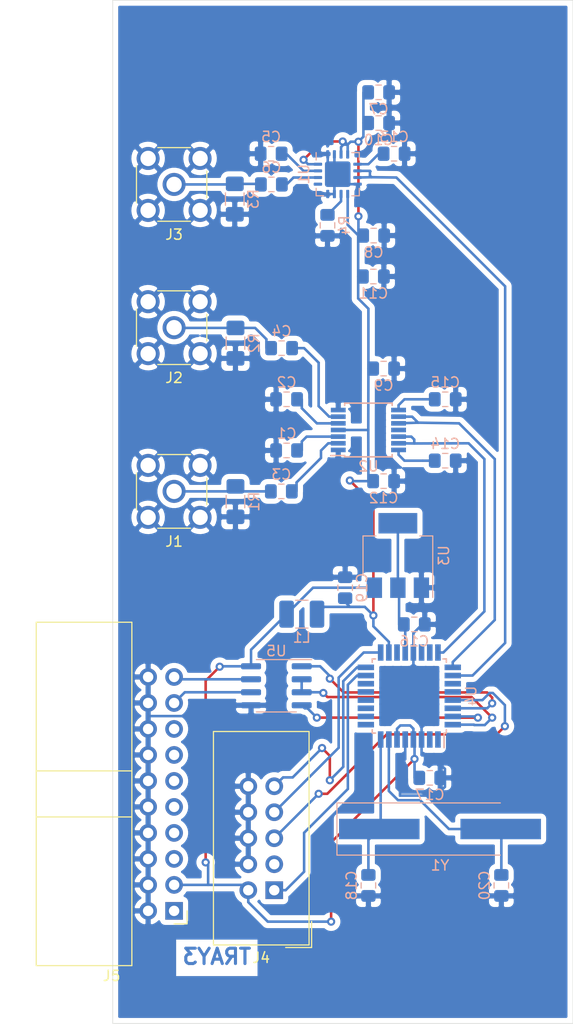
<source format=kicad_pcb>
(kicad_pcb (version 20171130) (host pcbnew 5.1.6)
  (layers (0 F.Cu signal) (31 B.Cu signal) (34 B.Paste user) (35 F.Paste user) (36 B.SilkS user) (37 F.SilkS user) (38 B.Mask user) (39 F.Mask user) (44 Edge.Cuts user))
  (net 0 "")
  (net 1 GND)
  (net 2 "Net-(C1-Pad1)")
  (net 3 "Net-(C2-Pad1)")
  (net 4 "Net-(C3-Pad2)")
  (net 5 "Net-(C3-Pad1)")
  (net 6 "Net-(C4-Pad2)")
  (net 7 "Net-(C4-Pad1)")
  (net 8 "Net-(C5-Pad1)")
  (net 9 "Net-(C6-Pad2)")
  (net 10 "Net-(C6-Pad1)")
  (net 11 VAA)
  (net 12 "Net-(C13-Pad2)")
  (net 13 "Net-(C14-Pad2)")
  (net 14 "Net-(C15-Pad2)")
  (net 15 "Net-(C16-Pad1)")
  (net 16 VCC)
  (net 17 "Net-(C18-Pad1)")
  (net 18 "Net-(C20-Pad1)")
  (net 19 "Net-(J4-Pad9)")
  (net 20 "Net-(J4-Pad7)")
  (net 21 "Net-(J4-Pad5)")
  (net 22 "Net-(J4-Pad3)")
  (net 23 "Net-(J4-Pad1)")
  (net 24 "Net-(J5-Pad19)")
  (net 25 "Net-(J5-Pad17)")
  (net 26 "Net-(J5-Pad15)")
  (net 27 "Net-(J5-Pad13)")
  (net 28 "Net-(J5-Pad11)")
  (net 29 "Net-(J5-Pad9)")
  (net 30 "Net-(J5-Pad7)")
  (net 31 "Net-(J5-Pad5)")
  (net 32 "Net-(J5-Pad1)")
  (net 33 "Net-(R4-Pad2)")
  (net 34 "Net-(U1-Pad13)")
  (net 35 ADOUT)
  (net 36 "Net-(U4-Pad32)")
  (net 37 "Net-(U4-Pad31)")
  (net 38 "Net-(U4-Pad30)")
  (net 39 "Net-(U4-Pad28)")
  (net 40 "Net-(U4-Pad27)")
  (net 41 VPHS)
  (net 42 VMAG)
  (net 43 "Net-(U4-Pad22)")
  (net 44 "Net-(U4-Pad19)")
  (net 45 "Net-(U4-Pad14)")
  (net 46 "Net-(U4-Pad13)")
  (net 47 "Net-(U4-Pad12)")
  (net 48 "Net-(U4-Pad11)")
  (net 49 "Net-(U4-Pad10)")
  (net 50 "Net-(U4-Pad9)")
  (net 51 "Net-(U4-Pad2)")
  (net 52 "Net-(U4-Pad1)")
  (net 53 "Net-(U2-Pad11)")
  (net 54 "Net-(U4-Pad23)")
  (module Resistor_SMD:R_1206_3216Metric_Pad1.42x1.75mm_HandSolder (layer B.Cu) (at 36.9316 99.4299 90)
    (fp_text reference R3 (at 0 1.82 90) (layer B.SilkS) (effects (justify mirror)))
    (fp_text value 52.3)
    (pad 2 smd roundrect (at 1.4875 0 90) (size 1.425 1.75) (layers B.Cu B.Paste B.Mask) (roundrect_rratio 0.175439) (net 9 "Net-(C6-Pad2)"))
    (pad 1 smd roundrect (at -1.4875 0 90) (size 1.425 1.75) (layers B.Cu B.Paste B.Mask) (roundrect_rratio 0.175439) (net 1 GND))
  )
  (module Capacitor_SMD:C_0805_2012Metric_Pad1.15x1.40mm_HandSolder (layer B.Cu) (at 63 166.5125 270)
    (fp_text reference C20 (at 0 1.65 90) (layer B.SilkS) (effects (justify mirror)))
    (fp_text value 27p)
    (pad 2 smd roundrect (at 1.025 0 270) (size 1.15 1.4) (layers B.Cu B.Paste B.Mask) (roundrect_rratio 0.217391) (net 1 GND))
    (pad 1 smd roundrect (at -1.025 0 270) (size 1.15 1.4) (layers B.Cu B.Paste B.Mask) (roundrect_rratio 0.217391) (net 18 "Net-(C20-Pad1)"))
  )
  (module Capacitor_SMD:C_0805_2012Metric_Pad1.15x1.40mm_HandSolder (layer B.Cu) (at 47.7266 137.4177 90)
    (fp_text reference C19 (at 0 1.65 90) (layer B.SilkS) (effects (justify mirror)))
    (fp_text value 100nF)
    (pad 2 smd roundrect (at 1.025 0 90) (size 1.15 1.4) (layers B.Cu B.Paste B.Mask) (roundrect_rratio 0.217391) (net 1 GND))
    (pad 1 smd roundrect (at -1.025 0 90) (size 1.15 1.4) (layers B.Cu B.Paste B.Mask) (roundrect_rratio 0.217391) (net 11 VAA))
  )
  (module Capacitor_SMD:C_0805_2012Metric_Pad1.15x1.40mm_HandSolder (layer B.Cu) (at 50 166.5125 270)
    (fp_text reference C18 (at 0 1.65 90) (layer B.SilkS) (effects (justify mirror)))
    (fp_text value 27p)
    (pad 2 smd roundrect (at 1.025 0 270) (size 1.15 1.4) (layers B.Cu B.Paste B.Mask) (roundrect_rratio 0.217391) (net 1 GND))
    (pad 1 smd roundrect (at -1.025 0 270) (size 1.15 1.4) (layers B.Cu B.Paste B.Mask) (roundrect_rratio 0.217391) (net 17 "Net-(C18-Pad1)"))
  )
  (module Capacitor_SMD:C_0805_2012Metric_Pad1.15x1.40mm_HandSolder (layer B.Cu) (at 56 156)
    (fp_text reference C17 (at 0 1.65) (layer B.SilkS) (effects (justify mirror)))
    (fp_text value 100nF)
    (pad 2 smd roundrect (at 1.025 0) (size 1.15 1.4) (layers B.Cu B.Paste B.Mask) (roundrect_rratio 0.217391) (net 1 GND))
    (pad 1 smd roundrect (at -1.025 0) (size 1.15 1.4) (layers B.Cu B.Paste B.Mask) (roundrect_rratio 0.217391) (net 16 VCC))
  )
  (module Capacitor_SMD:C_0805_2012Metric_Pad1.15x1.40mm_HandSolder (layer B.Cu) (at 54.4875 141)
    (fp_text reference C16 (at 0 1.65) (layer B.SilkS) (effects (justify mirror)))
    (fp_text value 100nF)
    (pad 2 smd roundrect (at 1.025 0) (size 1.15 1.4) (layers B.Cu B.Paste B.Mask) (roundrect_rratio 0.217391) (net 1 GND))
    (pad 1 smd roundrect (at -1.025 0) (size 1.15 1.4) (layers B.Cu B.Paste B.Mask) (roundrect_rratio 0.217391) (net 15 "Net-(C16-Pad1)"))
  )
  (module Capacitor_SMD:C_0805_2012Metric_Pad1.15x1.40mm_HandSolder (layer B.Cu) (at 57.5125 119 180)
    (fp_text reference C15 (at 0 1.65) (layer B.SilkS) (effects (justify mirror)))
    (fp_text value DNP)
    (pad 2 smd roundrect (at 1.025 0 180) (size 1.15 1.4) (layers B.Cu B.Paste B.Mask) (roundrect_rratio 0.217391) (net 14 "Net-(C15-Pad2)"))
    (pad 1 smd roundrect (at -1.025 0 180) (size 1.15 1.4) (layers B.Cu B.Paste B.Mask) (roundrect_rratio 0.217391) (net 1 GND))
  )
  (module Capacitor_SMD:C_0805_2012Metric_Pad1.15x1.40mm_HandSolder (layer B.Cu) (at 57.5125 125 180)
    (fp_text reference C14 (at 0 1.65) (layer B.SilkS) (effects (justify mirror)))
    (fp_text value DNP)
    (pad 2 smd roundrect (at 1.025 0 180) (size 1.15 1.4) (layers B.Cu B.Paste B.Mask) (roundrect_rratio 0.217391) (net 13 "Net-(C14-Pad2)"))
    (pad 1 smd roundrect (at -1.025 0 180) (size 1.15 1.4) (layers B.Cu B.Paste B.Mask) (roundrect_rratio 0.217391) (net 1 GND))
  )
  (module Capacitor_SMD:C_0805_2012Metric_Pad1.15x1.40mm_HandSolder (layer B.Cu) (at 52.5125 95 180)
    (fp_text reference C13 (at 0 1.65) (layer B.SilkS) (effects (justify mirror)))
    (fp_text value DNP)
    (pad 2 smd roundrect (at 1.025 0 180) (size 1.15 1.4) (layers B.Cu B.Paste B.Mask) (roundrect_rratio 0.217391) (net 12 "Net-(C13-Pad2)"))
    (pad 1 smd roundrect (at -1.025 0 180) (size 1.15 1.4) (layers B.Cu B.Paste B.Mask) (roundrect_rratio 0.217391) (net 1 GND))
  )
  (module Capacitor_SMD:C_0805_2012Metric_Pad1.15x1.40mm_HandSolder (layer B.Cu) (at 51.4875 127)
    (fp_text reference C12 (at 0 1.65) (layer B.SilkS) (effects (justify mirror)))
    (fp_text value 100pF)
    (pad 2 smd roundrect (at 1.025 0) (size 1.15 1.4) (layers B.Cu B.Paste B.Mask) (roundrect_rratio 0.217391) (net 1 GND))
    (pad 1 smd roundrect (at -1.025 0) (size 1.15 1.4) (layers B.Cu B.Paste B.Mask) (roundrect_rratio 0.217391) (net 11 VAA))
  )
  (module Capacitor_SMD:C_0805_2012Metric_Pad1.15x1.40mm_HandSolder (layer B.Cu) (at 50.4875 107)
    (fp_text reference C11 (at 0 1.65) (layer B.SilkS) (effects (justify mirror)))
    (fp_text value 100pF)
    (pad 2 smd roundrect (at 1.025 0) (size 1.15 1.4) (layers B.Cu B.Paste B.Mask) (roundrect_rratio 0.217391) (net 1 GND))
    (pad 1 smd roundrect (at -1.025 0) (size 1.15 1.4) (layers B.Cu B.Paste B.Mask) (roundrect_rratio 0.217391) (net 11 VAA))
  )
  (module Capacitor_SMD:C_0805_2012Metric_Pad1.15x1.40mm_HandSolder (layer B.Cu) (at 51 92)
    (fp_text reference C10 (at 0 1.65) (layer B.SilkS) (effects (justify mirror)))
    (fp_text value 100pF)
    (pad 2 smd roundrect (at 1.025 0) (size 1.15 1.4) (layers B.Cu B.Paste B.Mask) (roundrect_rratio 0.217391) (net 1 GND))
    (pad 1 smd roundrect (at -1.025 0) (size 1.15 1.4) (layers B.Cu B.Paste B.Mask) (roundrect_rratio 0.217391) (net 11 VAA))
  )
  (module Capacitor_SMD:C_0805_2012Metric_Pad1.15x1.40mm_HandSolder (layer B.Cu) (at 51.4875 116)
    (fp_text reference C9 (at 0 1.65) (layer B.SilkS) (effects (justify mirror)))
    (fp_text value 100nF)
    (pad 2 smd roundrect (at 1.025 0) (size 1.15 1.4) (layers B.Cu B.Paste B.Mask) (roundrect_rratio 0.217391) (net 1 GND))
    (pad 1 smd roundrect (at -1.025 0) (size 1.15 1.4) (layers B.Cu B.Paste B.Mask) (roundrect_rratio 0.217391) (net 11 VAA))
  )
  (module Capacitor_SMD:C_0805_2012Metric_Pad1.15x1.40mm_HandSolder (layer B.Cu) (at 50.5125 103)
    (fp_text reference C8 (at 0 1.65) (layer B.SilkS) (effects (justify mirror)))
    (fp_text value 100nF)
    (pad 2 smd roundrect (at 1.025 0) (size 1.15 1.4) (layers B.Cu B.Paste B.Mask) (roundrect_rratio 0.217391) (net 1 GND))
    (pad 1 smd roundrect (at -1.025 0) (size 1.15 1.4) (layers B.Cu B.Paste B.Mask) (roundrect_rratio 0.217391) (net 11 VAA))
  )
  (module Capacitor_SMD:C_0805_2012Metric_Pad1.15x1.40mm_HandSolder (layer B.Cu) (at 51 89)
    (fp_text reference C7 (at 0 1.65) (layer B.SilkS) (effects (justify mirror)))
    (fp_text value 100nF)
    (pad 2 smd roundrect (at 1.025 0) (size 1.15 1.4) (layers B.Cu B.Paste B.Mask) (roundrect_rratio 0.217391) (net 1 GND))
    (pad 1 smd roundrect (at -1.025 0) (size 1.15 1.4) (layers B.Cu B.Paste B.Mask) (roundrect_rratio 0.217391) (net 11 VAA))
  )
  (module Capacitor_SMD:C_0805_2012Metric_Pad1.15x1.40mm_HandSolder (layer B.Cu) (at 40.5125 98 180)
    (fp_text reference C6 (at 0 1.65) (layer B.SilkS) (effects (justify mirror)))
    (fp_text value 1n)
    (pad 2 smd roundrect (at 1.025 0 180) (size 1.15 1.4) (layers B.Cu B.Paste B.Mask) (roundrect_rratio 0.217391) (net 9 "Net-(C6-Pad2)"))
    (pad 1 smd roundrect (at -1.025 0 180) (size 1.15 1.4) (layers B.Cu B.Paste B.Mask) (roundrect_rratio 0.217391) (net 10 "Net-(C6-Pad1)"))
  )
  (module Capacitor_SMD:C_0805_2012Metric_Pad1.15x1.40mm_HandSolder (layer B.Cu) (at 40.4875 95 180)
    (fp_text reference C5 (at 0 1.65) (layer B.SilkS) (effects (justify mirror)))
    (fp_text value 1n)
    (pad 2 smd roundrect (at 1.025 0 180) (size 1.15 1.4) (layers B.Cu B.Paste B.Mask) (roundrect_rratio 0.217391) (net 1 GND))
    (pad 1 smd roundrect (at -1.025 0 180) (size 1.15 1.4) (layers B.Cu B.Paste B.Mask) (roundrect_rratio 0.217391) (net 8 "Net-(C5-Pad1)"))
  )
  (module Capacitor_SMD:C_0805_2012Metric_Pad1.15x1.40mm_HandSolder (layer B.Cu) (at 41.5125 114 180)
    (fp_text reference C4 (at 0 1.65) (layer B.SilkS) (effects (justify mirror)))
    (fp_text value 1n)
    (pad 2 smd roundrect (at 1.025 0 180) (size 1.15 1.4) (layers B.Cu B.Paste B.Mask) (roundrect_rratio 0.217391) (net 6 "Net-(C4-Pad2)"))
    (pad 1 smd roundrect (at -1.025 0 180) (size 1.15 1.4) (layers B.Cu B.Paste B.Mask) (roundrect_rratio 0.217391) (net 7 "Net-(C4-Pad1)"))
  )
  (module Capacitor_SMD:C_0805_2012Metric_Pad1.15x1.40mm_HandSolder (layer B.Cu) (at 41.4875 128 180)
    (fp_text reference C3 (at 0 1.65) (layer B.SilkS) (effects (justify mirror)))
    (fp_text value 1n)
    (pad 2 smd roundrect (at 1.025 0 180) (size 1.15 1.4) (layers B.Cu B.Paste B.Mask) (roundrect_rratio 0.217391) (net 4 "Net-(C3-Pad2)"))
    (pad 1 smd roundrect (at -1.025 0 180) (size 1.15 1.4) (layers B.Cu B.Paste B.Mask) (roundrect_rratio 0.217391) (net 5 "Net-(C3-Pad1)"))
  )
  (module Capacitor_SMD:C_0805_2012Metric_Pad1.15x1.40mm_HandSolder (layer B.Cu) (at 42 119 180)
    (fp_text reference C2 (at 0 1.65) (layer B.SilkS) (effects (justify mirror)))
    (fp_text value 1n)
    (pad 2 smd roundrect (at 1.025 0 180) (size 1.15 1.4) (layers B.Cu B.Paste B.Mask) (roundrect_rratio 0.217391) (net 1 GND))
    (pad 1 smd roundrect (at -1.025 0 180) (size 1.15 1.4) (layers B.Cu B.Paste B.Mask) (roundrect_rratio 0.217391) (net 3 "Net-(C2-Pad1)"))
  )
  (module Capacitor_SMD:C_0805_2012Metric_Pad1.15x1.40mm_HandSolder (layer B.Cu) (at 42 124 180)
    (fp_text reference C1 (at 0 1.65) (layer B.SilkS) (effects (justify mirror)))
    (fp_text value 1n)
    (pad 2 smd roundrect (at 1.025 0 180) (size 1.15 1.4) (layers B.Cu B.Paste B.Mask) (roundrect_rratio 0.217391) (net 1 GND))
    (pad 1 smd roundrect (at -1.025 0 180) (size 1.15 1.4) (layers B.Cu B.Paste B.Mask) (roundrect_rratio 0.217391) (net 2 "Net-(C1-Pad1)"))
  )
  (module Package_SO:TSSOP-14_4.4x5mm_P0.65mm (layer B.Cu) (at 50 122)
    (fp_text reference U2 (at 0 3.55) (layer B.SilkS) (effects (justify mirror)))
    (fp_text value AD8302ARUZ)
    (pad 14 smd rect (at 2.95 1.95) (size 1.45 0.45) (layers B.Cu B.Paste B.Mask) (net 13 "Net-(C14-Pad2)"))
    (pad 13 smd rect (at 2.95 1.3) (size 1.45 0.45) (layers B.Cu B.Paste B.Mask) (net 42 VMAG))
    (pad 12 smd rect (at 2.95 0.65) (size 1.45 0.45) (layers B.Cu B.Paste B.Mask) (net 42 VMAG))
    (pad 11 smd rect (at 2.95 0) (size 1.45 0.45) (layers B.Cu B.Paste B.Mask) (net 53 "Net-(U2-Pad11)"))
    (pad 10 smd rect (at 2.95 -0.65) (size 1.45 0.45) (layers B.Cu B.Paste B.Mask) (net 41 VPHS))
    (pad 9 smd rect (at 2.95 -1.3) (size 1.45 0.45) (layers B.Cu B.Paste B.Mask) (net 41 VPHS))
    (pad 8 smd rect (at 2.95 -1.95) (size 1.45 0.45) (layers B.Cu B.Paste B.Mask) (net 14 "Net-(C15-Pad2)"))
    (pad 7 smd rect (at -2.95 -1.95) (size 1.45 0.45) (layers B.Cu B.Paste B.Mask) (net 1 GND))
    (pad 6 smd rect (at -2.95 -1.3) (size 1.45 0.45) (layers B.Cu B.Paste B.Mask) (net 7 "Net-(C4-Pad1)"))
    (pad 5 smd rect (at -2.95 -0.65) (size 1.45 0.45) (layers B.Cu B.Paste B.Mask) (net 3 "Net-(C2-Pad1)"))
    (pad 4 smd rect (at -2.95 0) (size 1.45 0.45) (layers B.Cu B.Paste B.Mask) (net 11 VAA))
    (pad 3 smd rect (at -2.95 0.65) (size 1.45 0.45) (layers B.Cu B.Paste B.Mask) (net 2 "Net-(C1-Pad1)"))
    (pad 2 smd rect (at -2.95 1.3) (size 1.45 0.45) (layers B.Cu B.Paste B.Mask) (net 5 "Net-(C3-Pad1)"))
    (pad 1 smd rect (at -2.95 1.95) (size 1.45 0.45) (layers B.Cu B.Paste B.Mask) (net 1 GND))
  )
  (module Crystal:Crystal_SMD_HC49-SD_HandSoldering (layer B.Cu) (at 57 161)
    (fp_text reference Y1 (at 0 3.55) (layer B.SilkS) (effects (justify mirror)))
    (fp_text value 16MHz)
    (pad 2 smd rect (at 5.9375 0) (size 7.875 2) (layers B.Cu B.Paste B.Mask) (net 18 "Net-(C20-Pad1)"))
    (pad 1 smd rect (at -5.9375 0) (size 7.875 2) (layers B.Cu B.Paste B.Mask) (net 17 "Net-(C18-Pad1)"))
  )
  (module Package_SO:SOIC-8_3.9x4.9mm_P1.27mm (layer B.Cu) (at 41 147 180)
    (fp_text reference U5 (at 0 3.4) (layer B.SilkS) (effects (justify mirror)))
    (fp_text value ST485EBDR)
    (pad 8 smd roundrect (at 2.475 1.905 180) (size 1.95 0.6) (layers B.Cu B.Paste B.Mask) (net 16 VCC))
    (pad 7 smd roundrect (at 2.475 0.635 180) (size 1.95 0.6) (layers B.Cu B.Paste B.Mask) (net 24 "Net-(J5-Pad19)"))
    (pad 6 smd roundrect (at 2.475 -0.635 180) (size 1.95 0.6) (layers B.Cu B.Paste B.Mask) (net 25 "Net-(J5-Pad17)"))
    (pad 5 smd roundrect (at 2.475 -1.905 180) (size 1.95 0.6) (layers B.Cu B.Paste B.Mask) (net 1 GND))
    (pad 4 smd roundrect (at -2.475 -1.905 180) (size 1.95 0.6) (layers B.Cu B.Paste B.Mask) (net 37 "Net-(U4-Pad31)"))
    (pad 3 smd roundrect (at -2.475 -0.635 180) (size 1.95 0.6) (layers B.Cu B.Paste B.Mask) (net 36 "Net-(U4-Pad32)"))
    (pad 2 smd roundrect (at -2.475 0.635 180) (size 1.95 0.6) (layers B.Cu B.Paste B.Mask) (net 36 "Net-(U4-Pad32)"))
    (pad 1 smd roundrect (at -2.475 1.905 180) (size 1.95 0.6) (layers B.Cu B.Paste B.Mask) (net 38 "Net-(U4-Pad30)"))
  )
  (module Package_QFP:TQFP-32_7x7mm_P0.8mm (layer B.Cu) (at 54 148 90)
    (fp_text reference U4 (at 0 6.05 90) (layer B.SilkS) (effects (justify mirror)))
    (fp_text value ATmega328P-AU)
    (pad 32 smd rect (at -2.8 4.25) (size 1.6 0.55) (layers B.Cu B.Paste B.Mask) (net 36 "Net-(U4-Pad32)"))
    (pad 31 smd rect (at -2 4.25) (size 1.6 0.55) (layers B.Cu B.Paste B.Mask) (net 37 "Net-(U4-Pad31)"))
    (pad 30 smd rect (at -1.2 4.25) (size 1.6 0.55) (layers B.Cu B.Paste B.Mask) (net 38 "Net-(U4-Pad30)"))
    (pad 29 smd rect (at -0.4 4.25) (size 1.6 0.55) (layers B.Cu B.Paste B.Mask) (net 21 "Net-(J4-Pad5)"))
    (pad 28 smd rect (at 0.4 4.25) (size 1.6 0.55) (layers B.Cu B.Paste B.Mask) (net 39 "Net-(U4-Pad28)"))
    (pad 27 smd rect (at 1.2 4.25) (size 1.6 0.55) (layers B.Cu B.Paste B.Mask) (net 40 "Net-(U4-Pad27)"))
    (pad 26 smd rect (at 2 4.25) (size 1.6 0.55) (layers B.Cu B.Paste B.Mask) (net 35 ADOUT))
    (pad 25 smd rect (at 2.8 4.25) (size 1.6 0.55) (layers B.Cu B.Paste B.Mask) (net 41 VPHS))
    (pad 24 smd rect (at 4.25 2.8 90) (size 1.6 0.55) (layers B.Cu B.Paste B.Mask) (net 42 VMAG))
    (pad 23 smd rect (at 4.25 2 90) (size 1.6 0.55) (layers B.Cu B.Paste B.Mask) (net 54 "Net-(U4-Pad23)"))
    (pad 22 smd rect (at 4.25 1.2 90) (size 1.6 0.55) (layers B.Cu B.Paste B.Mask) (net 43 "Net-(U4-Pad22)"))
    (pad 21 smd rect (at 4.25 0.4 90) (size 1.6 0.55) (layers B.Cu B.Paste B.Mask) (net 1 GND))
    (pad 20 smd rect (at 4.25 -0.4 90) (size 1.6 0.55) (layers B.Cu B.Paste B.Mask) (net 15 "Net-(C16-Pad1)"))
    (pad 19 smd rect (at 4.25 -1.2 90) (size 1.6 0.55) (layers B.Cu B.Paste B.Mask) (net 44 "Net-(U4-Pad19)"))
    (pad 18 smd rect (at 4.25 -2 90) (size 1.6 0.55) (layers B.Cu B.Paste B.Mask) (net 11 VAA))
    (pad 17 smd rect (at 4.25 -2.8 90) (size 1.6 0.55) (layers B.Cu B.Paste B.Mask) (net 20 "Net-(J4-Pad7)"))
    (pad 16 smd rect (at 2.8 -4.25) (size 1.6 0.55) (layers B.Cu B.Paste B.Mask) (net 19 "Net-(J4-Pad9)"))
    (pad 15 smd rect (at 2 -4.25) (size 1.6 0.55) (layers B.Cu B.Paste B.Mask) (net 23 "Net-(J4-Pad1)"))
    (pad 14 smd rect (at 1.2 -4.25) (size 1.6 0.55) (layers B.Cu B.Paste B.Mask) (net 45 "Net-(U4-Pad14)"))
    (pad 13 smd rect (at 0.4 -4.25) (size 1.6 0.55) (layers B.Cu B.Paste B.Mask) (net 46 "Net-(U4-Pad13)"))
    (pad 12 smd rect (at -0.4 -4.25) (size 1.6 0.55) (layers B.Cu B.Paste B.Mask) (net 47 "Net-(U4-Pad12)"))
    (pad 11 smd rect (at -1.2 -4.25) (size 1.6 0.55) (layers B.Cu B.Paste B.Mask) (net 48 "Net-(U4-Pad11)"))
    (pad 10 smd rect (at -2 -4.25) (size 1.6 0.55) (layers B.Cu B.Paste B.Mask) (net 49 "Net-(U4-Pad10)"))
    (pad 9 smd rect (at -2.8 -4.25) (size 1.6 0.55) (layers B.Cu B.Paste B.Mask) (net 50 "Net-(U4-Pad9)"))
    (pad 8 smd rect (at -4.25 -2.8 90) (size 1.6 0.55) (layers B.Cu B.Paste B.Mask) (net 17 "Net-(C18-Pad1)"))
    (pad 7 smd rect (at -4.25 -2 90) (size 1.6 0.55) (layers B.Cu B.Paste B.Mask) (net 18 "Net-(C20-Pad1)"))
    (pad 6 smd rect (at -4.25 -1.2 90) (size 1.6 0.55) (layers B.Cu B.Paste B.Mask) (net 16 VCC))
    (pad 5 smd rect (at -4.25 -0.4 90) (size 1.6 0.55) (layers B.Cu B.Paste B.Mask) (net 1 GND))
    (pad 4 smd rect (at -4.25 0.4 90) (size 1.6 0.55) (layers B.Cu B.Paste B.Mask) (net 16 VCC))
    (pad 3 smd rect (at -4.25 1.2 90) (size 1.6 0.55) (layers B.Cu B.Paste B.Mask) (net 1 GND))
    (pad 2 smd rect (at -4.25 2 90) (size 1.6 0.55) (layers B.Cu B.Paste B.Mask) (net 51 "Net-(U4-Pad2)"))
    (pad 1 smd rect (at -4.25 2.8 90) (size 1.6 0.55) (layers B.Cu B.Paste B.Mask) (net 52 "Net-(U4-Pad1)"))
  )
  (module Package_TO_SOT_SMD:SOT-223-3_TabPin2 (layer B.Cu) (at 52.8828 134.2648 90)
    (fp_text reference U3 (at 0 4.5 90) (layer B.SilkS) (effects (justify mirror)))
    (fp_text value AMS1117-3.3)
    (pad 1 smd rect (at -3.15 2.3 90) (size 2 1.5) (layers B.Cu B.Paste B.Mask) (net 1 GND))
    (pad 3 smd rect (at -3.15 -2.3 90) (size 2 1.5) (layers B.Cu B.Paste B.Mask) (net 16 VCC))
    (pad 2 smd rect (at -3.15 0 90) (size 2 1.5) (layers B.Cu B.Paste B.Mask) (net 15 "Net-(C16-Pad1)"))
    (pad 2 smd rect (at 3.15 0 90) (size 2 3.8) (layers B.Cu B.Paste B.Mask) (net 15 "Net-(C16-Pad1)"))
  )
  (module Package_DFN_QFN:QFN-16-1EP_4x4mm_P0.65mm_EP2.5x2.5mm (layer B.Cu) (at 47 97 270)
    (fp_text reference U1 (at 0 3.3 90) (layer B.SilkS) (effects (justify mirror)))
    (fp_text value AD8318)
    (pad 16 smd roundrect (at -0.975 1.9375 270) (size 0.3 0.825) (layers B.Cu B.Paste B.Mask) (net 11 VAA))
    (pad 15 smd roundrect (at -0.325 1.9375 270) (size 0.3 0.825) (layers B.Cu B.Paste B.Mask) (net 8 "Net-(C5-Pad1)"))
    (pad 14 smd roundrect (at 0.325 1.9375 270) (size 0.3 0.825) (layers B.Cu B.Paste B.Mask) (net 10 "Net-(C6-Pad1)"))
    (pad 13 smd roundrect (at 0.975 1.9375 270) (size 0.3 0.825) (layers B.Cu B.Paste B.Mask) (net 34 "Net-(U1-Pad13)"))
    (pad 12 smd roundrect (at 1.9375 0.975 270) (size 0.825 0.3) (layers B.Cu B.Paste B.Mask) (net 1 GND))
    (pad 11 smd roundrect (at 1.9375 0.325 270) (size 0.825 0.3) (layers B.Cu B.Paste B.Mask) (net 1 GND))
    (pad 10 smd roundrect (at 1.9375 -0.325 270) (size 0.825 0.3) (layers B.Cu B.Paste B.Mask) (net 33 "Net-(R4-Pad2)"))
    (pad 9 smd roundrect (at 1.9375 -0.975 270) (size 0.825 0.3) (layers B.Cu B.Paste B.Mask) (net 11 VAA))
    (pad 8 smd roundrect (at 0.975 -1.9375 270) (size 0.3 0.825) (layers B.Cu B.Paste B.Mask) (net 1 GND))
    (pad 7 smd roundrect (at 0.325 -1.9375 270) (size 0.3 0.825) (layers B.Cu B.Paste B.Mask) (net 35 ADOUT))
    (pad 6 smd roundrect (at -0.325 -1.9375 270) (size 0.3 0.825) (layers B.Cu B.Paste B.Mask) (net 35 ADOUT))
    (pad 5 smd roundrect (at -0.975 -1.9375 270) (size 0.3 0.825) (layers B.Cu B.Paste B.Mask) (net 12 "Net-(C13-Pad2)"))
    (pad 4 smd roundrect (at -1.9375 -0.975 270) (size 0.825 0.3) (layers B.Cu B.Paste B.Mask) (net 11 VAA))
    (pad 3 smd roundrect (at -1.9375 -0.325 270) (size 0.825 0.3) (layers B.Cu B.Paste B.Mask) (net 11 VAA))
    (pad 2 smd roundrect (at -1.9375 0.325 270) (size 0.825 0.3) (layers B.Cu B.Paste B.Mask) (net 1 GND))
    (pad 1 smd roundrect (at -1.9375 0.975 270) (size 0.825 0.3) (layers B.Cu B.Paste B.Mask) (net 1 GND))
    (pad 17 smd roundrect (at 0 0 270) (size 2.5 2.5) (layers B.Cu B.Mask) (roundrect_rratio 0.1) (net 1 GND))
  )
  (module Resistor_SMD:R_0805_2012Metric_Pad1.15x1.40mm_HandSolder (layer B.Cu) (at 46 102 90)
    (fp_text reference R4 (at 0 1.65 90) (layer B.SilkS) (effects (justify mirror)))
    (fp_text value 500)
    (pad 2 smd roundrect (at 1.025 0 90) (size 1.15 1.4) (layers B.Cu B.Paste B.Mask) (roundrect_rratio 0.217391) (net 33 "Net-(R4-Pad2)"))
    (pad 1 smd roundrect (at -1.025 0 90) (size 1.15 1.4) (layers B.Cu B.Paste B.Mask) (roundrect_rratio 0.217391) (net 1 GND))
  )
  (module Resistor_SMD:R_1206_3216Metric_Pad1.42x1.75mm_HandSolder (layer B.Cu) (at 37 113.5125 90)
    (fp_text reference R2 (at 0 1.82 90) (layer B.SilkS) (effects (justify mirror)))
    (fp_text value 52.3)
    (pad 2 smd roundrect (at 1.4875 0 90) (size 1.425 1.75) (layers B.Cu B.Paste B.Mask) (roundrect_rratio 0.175439) (net 6 "Net-(C4-Pad2)"))
    (pad 1 smd roundrect (at -1.4875 0 90) (size 1.425 1.75) (layers B.Cu B.Paste B.Mask) (roundrect_rratio 0.175439) (net 1 GND))
  )
  (module Resistor_SMD:R_1206_3216Metric_Pad1.42x1.75mm_HandSolder (layer B.Cu) (at 37 129 90)
    (fp_text reference R1 (at 0 1.82 90) (layer B.SilkS) (effects (justify mirror)))
    (fp_text value 52.3)
    (pad 2 smd roundrect (at 1.4875 0 90) (size 1.425 1.75) (layers B.Cu B.Paste B.Mask) (roundrect_rratio 0.175439) (net 4 "Net-(C3-Pad2)"))
    (pad 1 smd roundrect (at -1.4875 0 90) (size 1.425 1.75) (layers B.Cu B.Paste B.Mask) (roundrect_rratio 0.175439) (net 1 GND))
  )
  (module Inductor_SMD:L_1210_3225Metric_Pad1.42x2.65mm_HandSolder (layer B.Cu) (at 43.4875 140)
    (fp_text reference L1 (at 0 2.28) (layer B.SilkS) (effects (justify mirror)))
    (fp_text value 2u2)
    (pad 2 smd roundrect (at 1.4875 0) (size 1.425 2.65) (layers B.Cu B.Paste B.Mask) (roundrect_rratio 0.175439) (net 11 VAA))
    (pad 1 smd roundrect (at -1.4875 0) (size 1.425 2.65) (layers B.Cu B.Paste B.Mask) (roundrect_rratio 0.175439) (net 16 VCC))
  )
  (module Connector_IDC:IDC-Header_2x10_P2.54mm_Horizontal (layer F.Cu) (at 31 169 180)
    (fp_text reference J5 (at 6.105 -6.35) (layer F.SilkS))
    (fp_text value Conn_02x10_Odd_Even)
    (pad 20 thru_hole oval (at 2.54 22.86 180) (size 1.7272 1.7272) (drill 1.016) (layers *.Cu *.Mask) (net 1 GND))
    (pad 19 thru_hole oval (at 0 22.86 180) (size 1.7272 1.7272) (drill 1.016) (layers *.Cu *.Mask) (net 24 "Net-(J5-Pad19)"))
    (pad 18 thru_hole oval (at 2.54 20.32 180) (size 1.7272 1.7272) (drill 1.016) (layers *.Cu *.Mask) (net 1 GND))
    (pad 17 thru_hole oval (at 0 20.32 180) (size 1.7272 1.7272) (drill 1.016) (layers *.Cu *.Mask) (net 25 "Net-(J5-Pad17)"))
    (pad 16 thru_hole oval (at 2.54 17.78 180) (size 1.7272 1.7272) (drill 1.016) (layers *.Cu *.Mask) (net 1 GND))
    (pad 15 thru_hole oval (at 0 17.78 180) (size 1.7272 1.7272) (drill 1.016) (layers *.Cu *.Mask) (net 26 "Net-(J5-Pad15)"))
    (pad 14 thru_hole oval (at 2.54 15.24 180) (size 1.7272 1.7272) (drill 1.016) (layers *.Cu *.Mask) (net 1 GND))
    (pad 13 thru_hole oval (at 0 15.24 180) (size 1.7272 1.7272) (drill 1.016) (layers *.Cu *.Mask) (net 27 "Net-(J5-Pad13)"))
    (pad 12 thru_hole oval (at 2.54 12.7 180) (size 1.7272 1.7272) (drill 1.016) (layers *.Cu *.Mask) (net 1 GND))
    (pad 11 thru_hole oval (at 0 12.7 180) (size 1.7272 1.7272) (drill 1.016) (layers *.Cu *.Mask) (net 28 "Net-(J5-Pad11)"))
    (pad 10 thru_hole oval (at 2.54 10.16 180) (size 1.7272 1.7272) (drill 1.016) (layers *.Cu *.Mask) (net 1 GND))
    (pad 9 thru_hole oval (at 0 10.16 180) (size 1.7272 1.7272) (drill 1.016) (layers *.Cu *.Mask) (net 29 "Net-(J5-Pad9)"))
    (pad 8 thru_hole oval (at 2.54 7.62 180) (size 1.7272 1.7272) (drill 1.016) (layers *.Cu *.Mask) (net 1 GND))
    (pad 7 thru_hole oval (at 0 7.62 180) (size 1.7272 1.7272) (drill 1.016) (layers *.Cu *.Mask) (net 30 "Net-(J5-Pad7)"))
    (pad 6 thru_hole oval (at 2.54 5.08 180) (size 1.7272 1.7272) (drill 1.016) (layers *.Cu *.Mask) (net 1 GND))
    (pad 5 thru_hole oval (at 0 5.08 180) (size 1.7272 1.7272) (drill 1.016) (layers *.Cu *.Mask) (net 31 "Net-(J5-Pad5)"))
    (pad 4 thru_hole oval (at 2.54 2.54 180) (size 1.7272 1.7272) (drill 1.016) (layers *.Cu *.Mask) (net 1 GND))
    (pad 3 thru_hole oval (at 0 2.54 180) (size 1.7272 1.7272) (drill 1.016) (layers *.Cu *.Mask) (net 16 VCC))
    (pad 2 thru_hole oval (at 2.54 0 180) (size 1.7272 1.7272) (drill 1.016) (layers *.Cu *.Mask) (net 1 GND))
    (pad 1 thru_hole rect (at 0 0 180) (size 1.7272 1.7272) (drill 1.016) (layers *.Cu *.Mask) (net 32 "Net-(J5-Pad1)"))
  )
  (module Connector_IDC:IDC-Header_2x05_P2.54mm_Vertical (layer F.Cu) (at 40.7924 166.9796 180)
    (fp_text reference J4 (at 1.27 -6.604) (layer F.SilkS))
    (fp_text value AVR-ISP-10)
    (pad 10 thru_hole oval (at 2.54 10.16 180) (size 1.7272 1.7272) (drill 1.016) (layers *.Cu *.Mask) (net 1 GND))
    (pad 9 thru_hole oval (at 0 10.16 180) (size 1.7272 1.7272) (drill 1.016) (layers *.Cu *.Mask) (net 19 "Net-(J4-Pad9)"))
    (pad 8 thru_hole oval (at 2.54 7.62 180) (size 1.7272 1.7272) (drill 1.016) (layers *.Cu *.Mask) (net 1 GND))
    (pad 7 thru_hole oval (at 0 7.62 180) (size 1.7272 1.7272) (drill 1.016) (layers *.Cu *.Mask) (net 20 "Net-(J4-Pad7)"))
    (pad 6 thru_hole oval (at 2.54 5.08 180) (size 1.7272 1.7272) (drill 1.016) (layers *.Cu *.Mask) (net 1 GND))
    (pad 5 thru_hole oval (at 0 5.08 180) (size 1.7272 1.7272) (drill 1.016) (layers *.Cu *.Mask) (net 21 "Net-(J4-Pad5)"))
    (pad 4 thru_hole oval (at 2.54 2.54 180) (size 1.7272 1.7272) (drill 1.016) (layers *.Cu *.Mask) (net 1 GND))
    (pad 3 thru_hole oval (at 0 2.54 180) (size 1.7272 1.7272) (drill 1.016) (layers *.Cu *.Mask) (net 22 "Net-(J4-Pad3)"))
    (pad 2 thru_hole oval (at 2.54 0 180) (size 1.7272 1.7272) (drill 1.016) (layers *.Cu *.Mask) (net 16 VCC))
    (pad 1 thru_hole rect (at 0 0 180) (size 1.7272 1.7272) (drill 1.016) (layers *.Cu *.Mask) (net 23 "Net-(J4-Pad1)"))
  )
  (module Connector_Coaxial:SMA_Molex_73251-2200_Horizontal (layer F.Cu) (at 31 98 90)
    (fp_text reference J3 (at -4.9 0) (layer F.SilkS))
    (fp_text value Conn_Coaxial)
    (pad 1 thru_hole circle (at 0 0 90) (size 2.25 2.25) (drill 1.5) (layers *.Cu *.Mask) (net 9 "Net-(C6-Pad2)"))
    (pad 2 thru_hole circle (at 2.54 2.54 180) (size 2.25 2.25) (drill 1.5) (layers *.Cu *.Mask) (net 1 GND))
    (pad 2 thru_hole circle (at 2.54 -2.54 90) (size 2.25 2.25) (drill 1.5) (layers *.Cu *.Mask) (net 1 GND))
    (pad 2 thru_hole circle (at -2.54 -2.54 90) (size 2.25 2.25) (drill 1.5) (layers *.Cu *.Mask) (net 1 GND))
    (pad 2 thru_hole circle (at -2.54 2.54 90) (size 2.25 2.25) (drill 1.5) (layers *.Cu *.Mask) (net 1 GND))
  )
  (module Connector_Coaxial:SMA_Molex_73251-2200_Horizontal (layer F.Cu) (at 31 112 90)
    (fp_text reference J2 (at -4.9 0) (layer F.SilkS))
    (fp_text value Conn_Coaxial)
    (pad 2 thru_hole circle (at -2.54 2.54 90) (size 2.25 2.25) (drill 1.5) (layers *.Cu *.Mask) (net 1 GND))
    (pad 2 thru_hole circle (at -2.54 -2.54 90) (size 2.25 2.25) (drill 1.5) (layers *.Cu *.Mask) (net 1 GND))
    (pad 2 thru_hole circle (at 2.54 -2.54 90) (size 2.25 2.25) (drill 1.5) (layers *.Cu *.Mask) (net 1 GND))
    (pad 2 thru_hole circle (at 2.54 2.54 180) (size 2.25 2.25) (drill 1.5) (layers *.Cu *.Mask) (net 1 GND))
    (pad 1 thru_hole circle (at 0 0 90) (size 2.25 2.25) (drill 1.5) (layers *.Cu *.Mask) (net 6 "Net-(C4-Pad2)"))
  )
  (module Connector_Coaxial:SMA_Molex_73251-2200_Horizontal (layer F.Cu) (at 31 128 90)
    (fp_text reference J1 (at -4.9 0) (layer F.SilkS))
    (fp_text value Conn_Coaxial)
    (pad 2 thru_hole circle (at -2.54 2.54 90) (size 2.25 2.25) (drill 1.5) (layers *.Cu *.Mask) (net 1 GND))
    (pad 2 thru_hole circle (at -2.54 -2.54 90) (size 2.25 2.25) (drill 1.5) (layers *.Cu *.Mask) (net 1 GND))
    (pad 2 thru_hole circle (at 2.54 -2.54 90) (size 2.25 2.25) (drill 1.5) (layers *.Cu *.Mask) (net 1 GND))
    (pad 2 thru_hole circle (at 2.54 2.54 180) (size 2.25 2.25) (drill 1.5) (layers *.Cu *.Mask) (net 1 GND))
    (pad 1 thru_hole circle (at 0 0 90) (size 2.25 2.25) (drill 1.5) (layers *.Cu *.Mask) (net 4 "Net-(C3-Pad2)"))
  )
  (gr_text TRAY3 (at 35.179 173.4693) (layer B.Cu) (effects (font (size 1.5 1.5) (thickness 0.3)) (justify mirror)))
  (gr_line (start 70 180) (end 25 180) (layer Edge.Cuts) (width 0.05))
  (gr_line (start 70 180) (end 70 80) (layer Edge.Cuts) (width 0.05))
  (gr_line (start 25 80) (end 70 80) (layer Edge.Cuts) (width 0.05))
  (gr_line (start 25 180) (end 25 80) (layer Edge.Cuts) (width 0.05))
  (segment (start 28.4099 149.9616) (end 33.1597 149.9616) (width 0.25) (layer B.Cu) (net 1))
  (segment (start 57.4875 155.125) (end 56.1595 153.797) (width 0.25) (layer B.Cu) (net 1))
  (segment (start 57.4875 156) (end 57.4875 155.125) (width 0.25) (layer B.Cu) (net 1))
  (segment (start 56.1595 153.797) (end 55.245 153.797) (width 0.25) (layer B.Cu) (net 1))
  (segment (start 55.2 153.752) (end 55.2 152.25) (width 0.25) (layer B.Cu) (net 1))
  (segment (start 55.245 153.797) (end 55.2 153.752) (width 0.25) (layer B.Cu) (net 1))
  (segment (start 53.6 152.25) (end 53.6 154.172) (width 0.25) (layer B.Cu) (net 1))
  (segment (start 53.6 154.172) (end 53.086 154.686) (width 0.25) (layer B.Cu) (net 1))
  (segment (start 53.086 154.686) (end 53.086 157.734) (width 0.25) (layer B.Cu) (net 1))
  (segment (start 57.4875 156.875) (end 57.4875 156) (width 0.25) (layer B.Cu) (net 1))
  (segment (start 56.6285 157.734) (end 57.4875 156.875) (width 0.25) (layer B.Cu) (net 1))
  (segment (start 53.086 157.734) (end 56.6285 157.734) (width 0.25) (layer B.Cu) (net 1))
  (segment (start 54.4 143.75) (end 54.4 147.364) (width 0.25) (layer B.Cu) (net 1))
  (segment (start 55.2 148.164) (end 55.2 152.25) (width 0.25) (layer B.Cu) (net 1))
  (segment (start 54.4 147.364) (end 55.2 148.164) (width 0.25) (layer B.Cu) (net 1))
  (segment (start 55.2625 141) (end 55.975 141) (width 0.25) (layer B.Cu) (net 1))
  (segment (start 54.4 141.8625) (end 55.2625 141) (width 0.25) (layer B.Cu) (net 1))
  (segment (start 54.4 143.75) (end 54.4 141.8625) (width 0.25) (layer B.Cu) (net 1))
  (segment (start 46.025 98.9375) (end 46.675 98.9375) (width 0.25) (layer B.Cu) (net 1))
  (segment (start 46.675 97.325) (end 47 97) (width 0.25) (layer B.Cu) (net 1))
  (segment (start 46.675 98.9375) (end 46.675 97.325) (width 0.25) (layer B.Cu) (net 1))
  (segment (start 46.025 96.025) (end 47 97) (width 0.25) (layer B.Cu) (net 1))
  (segment (start 46.025 95.0625) (end 46.025 96.025) (width 0.25) (layer B.Cu) (net 1))
  (segment (start 46.675 96.675) (end 47 97) (width 0.25) (layer B.Cu) (net 1))
  (segment (start 46.675 95.0625) (end 46.675 96.675) (width 0.25) (layer B.Cu) (net 1))
  (segment (start 47.975 97.975) (end 47 97) (width 0.25) (layer B.Cu) (net 1))
  (segment (start 48.9375 97.975) (end 47.975 97.975) (width 0.25) (layer B.Cu) (net 1))
  (segment (start 47.05 123.95) (end 47.05 125.1804) (width 0.25) (layer B.Cu) (net 1))
  (segment (start 47.05 120.05) (end 47.05 118.6088) (width 0.25) (layer B.Cu) (net 1))
  (segment (start 43.4875 123.125) (end 43.4875 124) (width 0.25) (layer B.Cu) (net 2))
  (segment (start 43.9625 122.65) (end 43.4875 123.125) (width 0.25) (layer B.Cu) (net 2))
  (segment (start 47.05 122.65) (end 43.9625 122.65) (width 0.25) (layer B.Cu) (net 2))
  (segment (start 43.4875 119.875) (end 43.4875 119) (width 0.25) (layer B.Cu) (net 3))
  (segment (start 44.9625 121.35) (end 43.4875 119.875) (width 0.25) (layer B.Cu) (net 3))
  (segment (start 47.05 121.35) (end 44.9625 121.35) (width 0.25) (layer B.Cu) (net 3))
  (segment (start 36.5125 128) (end 37 127.5125) (width 0.25) (layer B.Cu) (net 4))
  (segment (start 31 128) (end 36.5125 128) (width 0.25) (layer B.Cu) (net 4))
  (segment (start 37.4875 128) (end 37 127.5125) (width 0.25) (layer B.Cu) (net 4))
  (segment (start 40 128) (end 37.4875 128) (width 0.25) (layer B.Cu) (net 4))
  (segment (start 42.975 127.125) (end 45.3644 124.7356) (width 0.25) (layer B.Cu) (net 5))
  (segment (start 42.975 128) (end 42.975 127.125) (width 0.25) (layer B.Cu) (net 5))
  (segment (start 46.075 123.3) (end 47.05 123.3) (width 0.25) (layer B.Cu) (net 5))
  (segment (start 45.3644 124.0106) (end 46.075 123.3) (width 0.25) (layer B.Cu) (net 5))
  (segment (start 45.3644 124.7356) (end 45.3644 124.0106) (width 0.25) (layer B.Cu) (net 5))
  (segment (start 37.875 112.025) (end 37 112.025) (width 0.25) (layer B.Cu) (net 6))
  (segment (start 38.925 112.025) (end 37.875 112.025) (width 0.25) (layer B.Cu) (net 6))
  (segment (start 40.025 113.125) (end 38.925 112.025) (width 0.25) (layer B.Cu) (net 6))
  (segment (start 40.025 114) (end 40.025 113.125) (width 0.25) (layer B.Cu) (net 6))
  (segment (start 31.025 112.025) (end 31 112) (width 0.25) (layer B.Cu) (net 6))
  (segment (start 37 112.025) (end 31.025 112.025) (width 0.25) (layer B.Cu) (net 6))
  (segment (start 46.164998 120.7) (end 45.1358 119.670802) (width 0.25) (layer B.Cu) (net 7))
  (segment (start 47.05 120.7) (end 46.164998 120.7) (width 0.25) (layer B.Cu) (net 7))
  (segment (start 43.7125 114) (end 43 114) (width 0.25) (layer B.Cu) (net 7))
  (segment (start 45.1358 115.4233) (end 43.7125 114) (width 0.25) (layer B.Cu) (net 7))
  (segment (start 45.1358 119.670802) (end 45.1358 115.4233) (width 0.25) (layer B.Cu) (net 7))
  (segment (start 43.65 96.675) (end 41.975 95) (width 0.25) (layer B.Cu) (net 8))
  (segment (start 45.0625 96.675) (end 43.65 96.675) (width 0.25) (layer B.Cu) (net 8))
  (segment (start 36.95 98) (end 37 97.95) (width 0.25) (layer B.Cu) (net 9))
  (segment (start 31 98) (end 36.95 98) (width 0.25) (layer B.Cu) (net 9))
  (segment (start 38.975 97.95) (end 39.025 98) (width 0.25) (layer B.Cu) (net 9))
  (segment (start 37 97.95) (end 38.975 97.95) (width 0.25) (layer B.Cu) (net 9))
  (segment (start 42.675 97.325) (end 42 98) (width 0.25) (layer B.Cu) (net 10))
  (segment (start 45.0625 97.325) (end 42.675 97.325) (width 0.25) (layer B.Cu) (net 10))
  (segment (start 50.4875 141.1875) (end 50.4875 141) (width 0.25) (layer B.Cu) (net 11))
  (segment (start 52 142.7) (end 50.4875 141.1875) (width 0.25) (layer B.Cu) (net 11))
  (segment (start 52 143.75) (end 52 142.7) (width 0.25) (layer B.Cu) (net 11))
  (segment (start 45.6875 139.2875) (end 44.975 140) (width 0.25) (layer B.Cu) (net 11))
  (segment (start 50.4875 140.125) (end 49.65 139.2875) (width 0.25) (layer B.Cu) (net 11))
  (segment (start 50.4875 141) (end 50.4875 140.125) (width 0.25) (layer B.Cu) (net 11))
  (segment (start 49.958 122) (end 49.9872 121.9708) (width 0.25) (layer B.Cu) (net 11))
  (segment (start 47.05 122) (end 49.958 122) (width 0.25) (layer B.Cu) (net 11))
  (segment (start 50 127) (end 49.9872 121.9708) (width 0.25) (layer B.Cu) (net 11))
  (segment (start 49.9872 121.9708) (end 50 116) (width 0.25) (layer B.Cu) (net 11))
  (segment (start 50 116) (end 50 110.1472) (width 0.25) (layer B.Cu) (net 11))
  (segment (start 49 109.1472) (end 49 107) (width 0.25) (layer B.Cu) (net 11))
  (segment (start 50 110.1472) (end 49 109.1472) (width 0.25) (layer B.Cu) (net 11))
  (segment (start 49 103.025) (end 49.025 103) (width 0.25) (layer B.Cu) (net 11))
  (segment (start 49 107) (end 49 103.025) (width 0.25) (layer B.Cu) (net 11))
  (segment (start 47.975 101.95) (end 49.025 103) (width 0.25) (layer B.Cu) (net 11))
  (segment (start 47.975 98.9375) (end 47.975 101.95) (width 0.25) (layer B.Cu) (net 11))
  (segment (start 49.025 103) (end 49.025 101.1144) (width 0.25) (layer B.Cu) (net 11))
  (via (at 49.025 101.1144) (size 0.8) (drill 0.4) (layers F.Cu B.Cu) (net 11))
  (segment (start 49.025 101.1144) (end 49.025 93.8246) (width 0.25) (layer F.Cu) (net 11))
  (via (at 49.025 93.8246) (size 0.8) (drill 0.4) (layers F.Cu B.Cu) (net 11))
  (segment (start 49.5125 93.3371) (end 49.025 93.8246) (width 0.25) (layer B.Cu) (net 11))
  (segment (start 49.5125 92) (end 49.5125 93.3371) (width 0.25) (layer B.Cu) (net 11))
  (segment (start 49.5125 92) (end 49.5125 89) (width 0.25) (layer B.Cu) (net 11))
  (segment (start 47.975 95.0625) (end 47.975 94.1126) (width 0.25) (layer B.Cu) (net 11))
  (segment (start 48.263 93.8246) (end 49.025 93.8246) (width 0.25) (layer B.Cu) (net 11))
  (segment (start 47.975 94.1126) (end 48.263 93.8246) (width 0.25) (layer B.Cu) (net 11))
  (segment (start 47.325 95.0625) (end 47.325 94.3562) (width 0.25) (layer B.Cu) (net 11))
  (segment (start 47.5686 94.1126) (end 47.975 94.1126) (width 0.25) (layer B.Cu) (net 11))
  (segment (start 45.0625 96.025) (end 44.6154 96.025) (width 0.25) (layer B.Cu) (net 11))
  (segment (start 47.325 94.3562) (end 47.5742 94.0816) (width 0.25) (layer B.Cu) (net 11))
  (segment (start 47.5742 94.0816) (end 47.5686 94.1126) (width 0.25) (layer B.Cu) (net 11))
  (segment (start 49.1551 139.2875) (end 48.1999 139.2875) (width 0.25) (layer B.Cu) (net 11))
  (segment (start 48.1999 139.2875) (end 47.7393 138.8269) (width 0.25) (layer B.Cu) (net 11))
  (segment (start 49.1551 139.2875) (end 45.6875 139.2875) (width 0.25) (layer B.Cu) (net 11))
  (segment (start 49.65 139.2875) (end 49.1551 139.2875) (width 0.25) (layer B.Cu) (net 11))
  (via (at 50.4875 140.125) (size 0.8) (drill 0.4) (layers F.Cu B.Cu) (net 11))
  (segment (start 50.4875 140.125) (end 50.4875 129.2402) (width 0.25) (layer F.Cu) (net 11))
  (via (at 48.1838 126.9365) (size 0.8) (drill 0.4) (layers F.Cu B.Cu) (net 11))
  (segment (start 50.4875 129.2402) (end 48.1838 126.9365) (width 0.25) (layer F.Cu) (net 11))
  (segment (start 48.2473 127) (end 50 127) (width 0.25) (layer B.Cu) (net 11))
  (segment (start 48.1838 126.9365) (end 48.2473 127) (width 0.25) (layer B.Cu) (net 11))
  (segment (start 45.0625 96.025) (end 44.0947 96.025) (width 0.25) (layer B.Cu) (net 11))
  (via (at 43.6626 95.5929) (size 0.8) (drill 0.4) (layers F.Cu B.Cu) (net 11))
  (segment (start 44.0947 96.025) (end 43.6626 95.5929) (width 0.25) (layer B.Cu) (net 11))
  (segment (start 43.6626 95.5929) (end 45.4533 93.8022) (width 0.25) (layer F.Cu) (net 11))
  (via (at 47.4853 93.8022) (size 0.8) (drill 0.4) (layers F.Cu B.Cu) (net 11))
  (segment (start 45.4533 93.8022) (end 47.4853 93.8022) (width 0.25) (layer F.Cu) (net 11))
  (segment (start 47.6646 93.8022) (end 47.975 94.1126) (width 0.25) (layer B.Cu) (net 11))
  (segment (start 47.4853 93.8022) (end 47.6646 93.8022) (width 0.25) (layer B.Cu) (net 11))
  (segment (start 50 96.025) (end 51.025 95) (width 0.25) (layer B.Cu) (net 12))
  (segment (start 48.9375 96.025) (end 50 96.025) (width 0.25) (layer B.Cu) (net 12))
  (segment (start 55.3125 125) (end 56.025 125) (width 0.25) (layer B.Cu) (net 13))
  (segment (start 53.525 125) (end 55.3125 125) (width 0.25) (layer B.Cu) (net 13))
  (segment (start 52.95 124.425) (end 53.525 125) (width 0.25) (layer B.Cu) (net 13))
  (segment (start 52.95 123.95) (end 52.95 124.425) (width 0.25) (layer B.Cu) (net 13))
  (segment (start 55.3125 119) (end 56.025 119) (width 0.25) (layer B.Cu) (net 14))
  (segment (start 53.525 119) (end 55.3125 119) (width 0.25) (layer B.Cu) (net 14))
  (segment (start 52.95 119.575) (end 53.525 119) (width 0.25) (layer B.Cu) (net 14))
  (segment (start 52.95 120.05) (end 52.95 119.575) (width 0.25) (layer B.Cu) (net 14))
  (segment (start 53.6 141.6) (end 53 141) (width 0.25) (layer B.Cu) (net 15))
  (segment (start 53.6 143.75) (end 53.6 141.6) (width 0.25) (layer B.Cu) (net 15))
  (segment (start 53 137.532) (end 52.8828 137.4148) (width 0.25) (layer B.Cu) (net 15))
  (segment (start 53 141) (end 53 137.532) (width 0.25) (layer B.Cu) (net 15))
  (segment (start 52.8828 137.4148) (end 52.8828 131.1148) (width 0.25) (layer B.Cu) (net 15))
  (segment (start 38.525 143.475) (end 42 140) (width 0.25) (layer B.Cu) (net 16))
  (segment (start 38.525 145.095) (end 38.525 143.475) (width 0.25) (layer B.Cu) (net 16))
  (segment (start 54.5125 152.3625) (end 54.4 152.25) (width 0.25) (layer B.Cu) (net 16))
  (segment (start 54.5125 156) (end 54.5125 152.3625) (width 0.25) (layer B.Cu) (net 16))
  (segment (start 54.4 151.2) (end 54.076 150.876) (width 0.25) (layer B.Cu) (net 16))
  (segment (start 54.4 152.25) (end 54.4 151.2) (width 0.25) (layer B.Cu) (net 16))
  (segment (start 52.8 151.2) (end 52.8 152.25) (width 0.25) (layer B.Cu) (net 16))
  (segment (start 53.124 150.876) (end 52.8 151.2) (width 0.25) (layer B.Cu) (net 16))
  (segment (start 54.076 150.876) (end 53.124 150.876) (width 0.25) (layer B.Cu) (net 16))
  (segment (start 37.7328 166.46) (end 38.2524 166.9796) (width 0.25) (layer B.Cu) (net 16))
  (segment (start 38.2524 166.9796) (end 38.2524 168.148) (width 0.25) (layer B.Cu) (net 16))
  (segment (start 38.2524 168.148) (end 40.1574 170.053) (width 0.25) (layer B.Cu) (net 16))
  (segment (start 40.1574 170.053) (end 46.355 170.053) (width 0.25) (layer B.Cu) (net 16))
  (via (at 46.355 170.053) (size 0.8) (drill 0.4) (layers F.Cu B.Cu) (net 16))
  (segment (start 46.355 170.053) (end 46.355 162.306) (width 0.25) (layer F.Cu) (net 16))
  (segment (start 46.355 162.306) (end 54.5084 154.1526) (width 0.25) (layer F.Cu) (net 16))
  (via (at 54.5084 154.1526) (size 0.8) (drill 0.4) (layers F.Cu B.Cu) (net 16))
  (segment (start 34.327 166.46) (end 37.7328 166.46) (width 0.25) (layer B.Cu) (net 16))
  (segment (start 34.327 166.46) (end 34.327 164.502) (width 0.25) (layer B.Cu) (net 16))
  (segment (start 31 166.46) (end 34.327 166.46) (width 0.25) (layer B.Cu) (net 16))
  (via (at 34.0868 164.2618) (size 0.8) (drill 0.4) (layers F.Cu B.Cu) (net 16))
  (segment (start 34.327 164.502) (end 34.0868 164.2618) (width 0.25) (layer B.Cu) (net 16))
  (segment (start 34.0868 164.2618) (end 34.0868 146.5072) (width 0.25) (layer F.Cu) (net 16))
  (segment (start 34.0868 146.5072) (end 35.4584 145.1356) (width 0.25) (layer F.Cu) (net 16))
  (via (at 35.4584 145.1356) (size 0.8) (drill 0.4) (layers F.Cu B.Cu) (net 16))
  (segment (start 35.499 145.095) (end 35.4584 145.1356) (width 0.25) (layer B.Cu) (net 16))
  (segment (start 38.525 145.095) (end 35.499 145.095) (width 0.25) (layer B.Cu) (net 16))
  (segment (start 44.5852 137.4148) (end 42 140) (width 0.25) (layer B.Cu) (net 16))
  (segment (start 50.5828 137.4148) (end 44.5852 137.4148) (width 0.25) (layer B.Cu) (net 16))
  (segment (start 51.2 160.8625) (end 51.0625 161) (width 0.25) (layer B.Cu) (net 17))
  (segment (start 51.2 152.25) (end 51.2 160.8625) (width 0.25) (layer B.Cu) (net 17))
  (segment (start 50 162.0625) (end 51.0625 161) (width 0.25) (layer B.Cu) (net 17))
  (segment (start 50 165.025) (end 50 162.0625) (width 0.25) (layer B.Cu) (net 17))
  (segment (start 63 161.0625) (end 62.9375 161) (width 0.25) (layer B.Cu) (net 18))
  (segment (start 63 165.025) (end 63 161.0625) (width 0.25) (layer B.Cu) (net 18))
  (segment (start 62.9375 161) (end 57.876 161) (width 0.25) (layer B.Cu) (net 18))
  (segment (start 52 153.3) (end 52 152.25) (width 0.25) (layer B.Cu) (net 18))
  (segment (start 52 157.28441) (end 52 153.3) (width 0.25) (layer B.Cu) (net 18))
  (segment (start 55.06001 158.18401) (end 52.8996 158.18401) (width 0.25) (layer B.Cu) (net 18))
  (segment (start 52.8996 158.18401) (end 52 157.28441) (width 0.25) (layer B.Cu) (net 18))
  (segment (start 57.876 161) (end 55.06001 158.18401) (width 0.25) (layer B.Cu) (net 18))
  (segment (start 47.54161 146.548388) (end 47.54161 154.92179) (width 0.25) (layer B.Cu) (net 19))
  (segment (start 49.75 145.2) (end 48.889998 145.2) (width 0.25) (layer B.Cu) (net 19))
  (segment (start 48.889998 145.2) (end 47.54161 146.548388) (width 0.25) (layer B.Cu) (net 19))
  (segment (start 47.54161 154.92179) (end 46.228 156.2354) (width 0.25) (layer B.Cu) (net 19))
  (via (at 46.228 156.2354) (size 0.8) (drill 0.4) (layers F.Cu B.Cu) (net 19))
  (segment (start 41.655999 155.956001) (end 42.595799 155.956001) (width 0.25) (layer B.Cu) (net 19))
  (segment (start 40.7924 156.8196) (end 41.655999 155.956001) (width 0.25) (layer B.Cu) (net 19))
  (segment (start 42.595799 155.956001) (end 45.466 153.0858) (width 0.25) (layer B.Cu) (net 19))
  (via (at 45.466 153.0858) (size 0.8) (drill 0.4) (layers F.Cu B.Cu) (net 19))
  (segment (start 46.228 153.8478) (end 45.466 153.0858) (width 0.25) (layer F.Cu) (net 19))
  (segment (start 46.228 156.2354) (end 46.228 153.8478) (width 0.25) (layer F.Cu) (net 19))
  (segment (start 49.539998 143.75) (end 47.0916 146.198398) (width 0.25) (layer B.Cu) (net 20))
  (segment (start 51.2 143.75) (end 49.539998 143.75) (width 0.25) (layer B.Cu) (net 20))
  (segment (start 47.0916 153.0604) (end 40.7924 159.3596) (width 0.25) (layer B.Cu) (net 20))
  (segment (start 47.0916 146.198398) (end 47.0916 153.0604) (width 0.25) (layer B.Cu) (net 20))
  (segment (start 40.7924 161.8996) (end 45.1358 157.5562) (width 0.25) (layer B.Cu) (net 21))
  (via (at 45.1358 157.5562) (size 0.8) (drill 0.4) (layers F.Cu B.Cu) (net 21))
  (segment (start 45.980202 157.5562) (end 51.7906 151.745802) (width 0.25) (layer F.Cu) (net 21))
  (segment (start 45.1358 157.5562) (end 45.980202 157.5562) (width 0.25) (layer F.Cu) (net 21))
  (segment (start 51.7906 151.745802) (end 62.553998 151.745802) (width 0.25) (layer F.Cu) (net 21))
  (segment (start 62.553998 151.745802) (end 63.3476 150.9522) (width 0.25) (layer F.Cu) (net 21))
  (via (at 63.3476 150.9522) (size 0.8) (drill 0.4) (layers F.Cu B.Cu) (net 21))
  (segment (start 58.25 148.4) (end 61.15 148.4) (width 0.25) (layer B.Cu) (net 21))
  (segment (start 61.15 148.4) (end 61.849 147.701) (width 0.25) (layer B.Cu) (net 21))
  (segment (start 63.3476 148.888598) (end 63.3476 150.386515) (width 0.25) (layer B.Cu) (net 21))
  (segment (start 62.160002 147.701) (end 63.3476 148.888598) (width 0.25) (layer B.Cu) (net 21))
  (segment (start 63.3476 150.386515) (end 63.3476 150.9522) (width 0.25) (layer B.Cu) (net 21))
  (segment (start 61.849 147.701) (end 62.160002 147.701) (width 0.25) (layer B.Cu) (net 21))
  (segment (start 47.99162 146.898378) (end 47.99162 157.08798) (width 0.25) (layer B.Cu) (net 23))
  (segment (start 49.75 146) (end 48.889998 146) (width 0.25) (layer B.Cu) (net 23))
  (segment (start 48.889998 146) (end 47.99162 146.898378) (width 0.25) (layer B.Cu) (net 23))
  (segment (start 47.99162 157.08798) (end 43.7134 161.3662) (width 0.25) (layer B.Cu) (net 23))
  (segment (start 41.906 166.9796) (end 40.7924 166.9796) (width 0.25) (layer B.Cu) (net 23))
  (segment (start 43.7134 165.1722) (end 41.906 166.9796) (width 0.25) (layer B.Cu) (net 23))
  (segment (start 43.7134 161.3662) (end 43.7134 165.1722) (width 0.25) (layer B.Cu) (net 23))
  (segment (start 31.225 146.365) (end 31 146.14) (width 0.25) (layer B.Cu) (net 24))
  (segment (start 38.525 146.365) (end 31.225 146.365) (width 0.25) (layer B.Cu) (net 24))
  (segment (start 32.045 147.635) (end 31 148.68) (width 0.25) (layer B.Cu) (net 25))
  (segment (start 38.525 147.635) (end 32.045 147.635) (width 0.25) (layer B.Cu) (net 25))
  (segment (start 47.325 99.65) (end 46 100.975) (width 0.25) (layer B.Cu) (net 33))
  (segment (start 47.325 98.9375) (end 47.325 99.65) (width 0.25) (layer B.Cu) (net 33))
  (segment (start 48.9375 96.675) (end 50.1497 96.675) (width 0.25) (layer B.Cu) (net 35))
  (segment (start 50.1497 96.675) (end 50.2031 96.7284) (width 0.25) (layer B.Cu) (net 35))
  (segment (start 60.1845 146) (end 58.25 146) (width 0.25) (layer B.Cu) (net 35))
  (segment (start 63.373 107.9627) (end 63.373 142.8115) (width 0.25) (layer B.Cu) (net 35))
  (segment (start 63.373 142.8115) (end 60.1845 146) (width 0.25) (layer B.Cu) (net 35))
  (segment (start 52.7353 97.325) (end 63.373 107.9627) (width 0.25) (layer B.Cu) (net 35))
  (segment (start 50.1497 97.1397) (end 50.3047 97.2947) (width 0.25) (layer B.Cu) (net 35))
  (segment (start 50.1497 96.675) (end 50.1497 97.1397) (width 0.25) (layer B.Cu) (net 35))
  (segment (start 48.9375 97.325) (end 50.3047 97.2947) (width 0.25) (layer B.Cu) (net 35))
  (segment (start 50.3047 97.2947) (end 52.7353 97.325) (width 0.25) (layer B.Cu) (net 35))
  (segment (start 43.475 146.365) (end 43.475 147.635) (width 0.25) (layer B.Cu) (net 36))
  (segment (start 43.475 147.635) (end 45.527 147.635) (width 0.25) (layer B.Cu) (net 36))
  (via (at 45.593 147.701) (size 0.8) (drill 0.4) (layers F.Cu B.Cu) (net 36))
  (segment (start 45.527 147.635) (end 45.593 147.701) (width 0.25) (layer B.Cu) (net 36))
  (segment (start 45.992999 148.100999) (end 60.089999 148.100999) (width 0.25) (layer F.Cu) (net 36))
  (segment (start 45.593 147.701) (end 45.992999 148.100999) (width 0.25) (layer F.Cu) (net 36))
  (segment (start 60.089999 148.100999) (end 62.103 150.114) (width 0.25) (layer F.Cu) (net 36))
  (via (at 62.103 150.114) (size 0.8) (drill 0.4) (layers F.Cu B.Cu) (net 36))
  (segment (start 61.703001 150.513999) (end 62.103 150.114) (width 0.25) (layer B.Cu) (net 36))
  (segment (start 60.357999 150.839001) (end 61.377999 150.839001) (width 0.25) (layer B.Cu) (net 36))
  (segment (start 61.377999 150.839001) (end 61.703001 150.513999) (width 0.25) (layer B.Cu) (net 36))
  (segment (start 60.318998 150.8) (end 60.357999 150.839001) (width 0.25) (layer B.Cu) (net 36))
  (segment (start 58.25 150.8) (end 60.318998 150.8) (width 0.25) (layer B.Cu) (net 36))
  (segment (start 43.775 149.205) (end 44.049 149.205) (width 0.25) (layer B.Cu) (net 37))
  (segment (start 43.475 148.905) (end 43.775 149.205) (width 0.25) (layer B.Cu) (net 37))
  (segment (start 44.049 149.205) (end 44.958 150.114) (width 0.25) (layer B.Cu) (net 37))
  (via (at 44.958 150.114) (size 0.8) (drill 0.4) (layers F.Cu B.Cu) (net 37))
  (segment (start 44.958 150.114) (end 60.706 150.114) (width 0.25) (layer F.Cu) (net 37))
  (via (at 60.706 150.114) (size 0.8) (drill 0.4) (layers F.Cu B.Cu) (net 37))
  (segment (start 60.592 150) (end 60.706 150.114) (width 0.25) (layer B.Cu) (net 37))
  (segment (start 58.25 150) (end 60.592 150) (width 0.25) (layer B.Cu) (net 37))
  (segment (start 43.475 145.095) (end 45.278 145.095) (width 0.25) (layer B.Cu) (net 38))
  (segment (start 45.278 145.095) (end 46.228 146.045) (width 0.25) (layer B.Cu) (net 38))
  (segment (start 46.228 146.045) (end 46.228 146.304) (width 0.25) (layer B.Cu) (net 38))
  (via (at 46.228 146.304) (size 0.8) (drill 0.4) (layers F.Cu B.Cu) (net 38))
  (via (at 62.103 148.717) (size 0.8) (drill 0.4) (layers F.Cu B.Cu) (net 38))
  (segment (start 61.62 149.2) (end 62.103 148.717) (width 0.25) (layer B.Cu) (net 38))
  (segment (start 58.25 149.2) (end 61.62 149.2) (width 0.25) (layer B.Cu) (net 38))
  (segment (start 47.574989 147.650989) (end 46.228 146.304) (width 0.25) (layer F.Cu) (net 38))
  (segment (start 61.602674 147.650989) (end 47.574989 147.650989) (width 0.25) (layer F.Cu) (net 38))
  (segment (start 62.103 148.717) (end 62.103 148.151315) (width 0.25) (layer F.Cu) (net 38))
  (segment (start 62.103 148.151315) (end 61.602674 147.650989) (width 0.25) (layer F.Cu) (net 38))
  (segment (start 58.25 144.675) (end 62.357 140.568) (width 0.25) (layer B.Cu) (net 41))
  (segment (start 58.25 145.2) (end 58.25 144.675) (width 0.25) (layer B.Cu) (net 41))
  (segment (start 62.357 140.568) (end 62.357 124.841) (width 0.25) (layer B.Cu) (net 41))
  (segment (start 62.357 124.841) (end 58.866 121.35) (width 0.25) (layer B.Cu) (net 41))
  (segment (start 54.279 120.7) (end 54.864 121.285) (width 0.25) (layer B.Cu) (net 41))
  (segment (start 52.95 120.7) (end 54.279 120.7) (width 0.25) (layer B.Cu) (net 41))
  (segment (start 58.866 121.35) (end 54.864 121.285) (width 0.25) (layer B.Cu) (net 41))
  (segment (start 54.864 121.285) (end 52.95 121.35) (width 0.25) (layer B.Cu) (net 41))
  (segment (start 57.325 143.75) (end 61.341 139.734) (width 0.25) (layer B.Cu) (net 42))
  (segment (start 56.8 143.75) (end 57.325 143.75) (width 0.25) (layer B.Cu) (net 42))
  (segment (start 61.341 139.734) (end 61.341 124.841) (width 0.25) (layer B.Cu) (net 42))
  (segment (start 61.341 124.841) (end 59.8 123.3) (width 0.25) (layer B.Cu) (net 42))
  (segment (start 52.95 122.65) (end 54.197 122.65) (width 0.25) (layer B.Cu) (net 42))
  (segment (start 54.197 122.65) (end 54.483 122.936) (width 0.25) (layer B.Cu) (net 42))
  (segment (start 54.483 122.936) (end 54.483 123.317) (width 0.25) (layer B.Cu) (net 42))
  (segment (start 59.8 123.3) (end 54.483 123.317) (width 0.25) (layer B.Cu) (net 42))
  (segment (start 54.483 123.317) (end 52.95 123.3) (width 0.25) (layer B.Cu) (net 42))
  (zone (net 1) (net_name GND) (layer B.Cu) (connect_pads (clearance 0.508)) (min_thickness 0.254) (fill yes (arc_segments 32) (thermal_gap 0.508) (thermal_bridge_width 0.508))
    (polygon (pts (xy 70 180) (xy 25 180) (xy 25 80) (xy 70 80)))
  )
)
</source>
